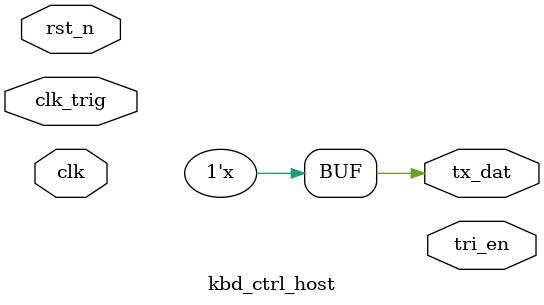
<source format=sv>
module kbd_ctrl_host (
  input wire                  clk,
  input wire                  rst_n,

// PS/2
  input   wire                clk_trig,
  output  wire                tx_dat,
  output  wire                tri_en
);

  logic         [2:0]         ps2_clk_ff;                                                 // メタステ対策 
  logic         [2:0]         ps2_dat_ff;                                                 // メタステ対策
  logic                       ps2_clk_fedg;                                               // 立ち下がり検出


  always_ff @( posedge clk, negedge rst_n ) begin
    if(!rst_n) 
                              tout_err            <=  1'b0;
    else if(!host_oe)
      if(timeout)
                              tout_err            <=  1'b1;
      else
                              tout_err            <=  1'b0;
    else
                              tout_err            <=  1'b0;                               // ホスト送信中
  end

  assign                      tx_dat              =   1'bz;
endmodule 
</source>
